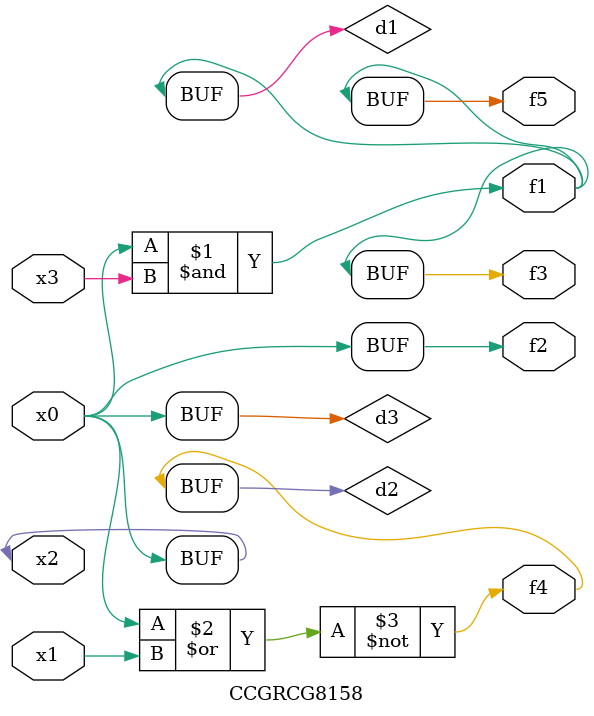
<source format=v>
module CCGRCG8158(
	input x0, x1, x2, x3,
	output f1, f2, f3, f4, f5
);

	wire d1, d2, d3;

	and (d1, x2, x3);
	nor (d2, x0, x1);
	buf (d3, x0, x2);
	assign f1 = d1;
	assign f2 = d3;
	assign f3 = d1;
	assign f4 = d2;
	assign f5 = d1;
endmodule

</source>
